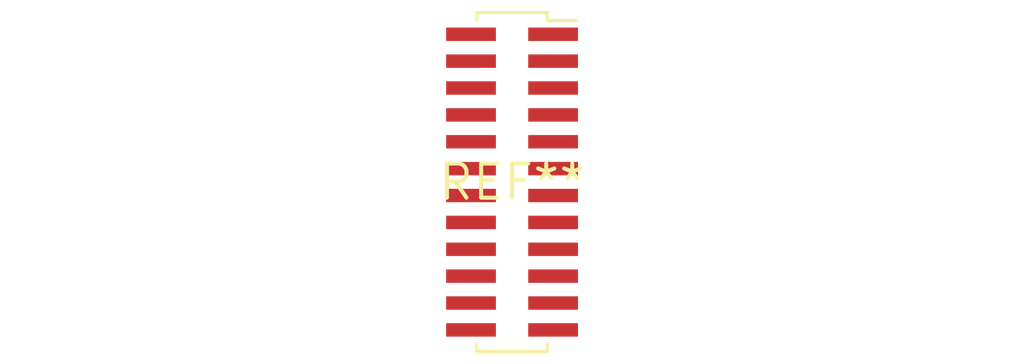
<source format=kicad_pcb>
(kicad_pcb (version 20240108) (generator pcbnew)
  (layers (0 "F.Cu" signal) (31 "B.Cu" signal) (34 "B.Paste" user) (35 "F.Paste" user) (36 "B.SilkS" user "B.Silkscreen") (37 "F.SilkS" user "F.Silkscreen") (38 "B.Mask" user) (39 "F.Mask" user) (44 "Edge.Cuts" user))
  (net 0 "")
  (footprint "PinSocket_2x12_P1.00mm_Vertical_SMD" (layer "F.Cu") (at 0 0)
    (property "Reference" "REF**")
    (property "Value" "PinSocket_2x12_P1.00mm_Vertical_SMD")
    (fp_line (start -1.31 -6.31) (end -1.31 -6.01) (layer "F.SilkS") (stroke (width 0.12)))
    (fp_line (start -1.31 -6.31) (end 1.31 -6.31) (layer "F.SilkS") (stroke (width 0.12)))
    (fp_line (start -1.31 6.01) (end -1.31 6.31) (layer "F.SilkS") (stroke (width 0.12)))
    (fp_line (start -1.31 6.31) (end 1.31 6.31) (layer "F.SilkS") (stroke (width 0.12)))
    (fp_line (start 1.31 -6.31) (end 1.31 -6.01) (layer "F.SilkS") (stroke (width 0.12)))
    (fp_line (start 1.31 -6.01) (end 2.39 -6.01) (layer "F.SilkS") (stroke (width 0.12)))
    (fp_line (start 1.31 6.01) (end 1.31 6.31) (layer "F.SilkS") (stroke (width 0.12)))
    (pad "1" smd rect (at 1.525 -5.5) (size 1.85 0.5) (layers "F.Cu" "F.Paste" "F.Mask"))
    (pad "2" smd rect (at -1.525 -5.5) (size 1.85 0.5) (layers "F.Cu" "F.Paste" "F.Mask"))
    (pad "3" smd rect (at 1.525 -4.5) (size 1.85 0.5) (layers "F.Cu" "F.Paste" "F.Mask"))
    (pad "4" smd rect (at -1.525 -4.5) (size 1.85 0.5) (layers "F.Cu" "F.Paste" "F.Mask"))
    (pad "5" smd rect (at 1.525 -3.5) (size 1.85 0.5) (layers "F.Cu" "F.Paste" "F.Mask"))
    (pad "6" smd rect (at -1.525 -3.5) (size 1.85 0.5) (layers "F.Cu" "F.Paste" "F.Mask"))
    (pad "7" smd rect (at 1.525 -2.5) (size 1.85 0.5) (layers "F.Cu" "F.Paste" "F.Mask"))
    (pad "8" smd rect (at -1.525 -2.5) (size 1.85 0.5) (layers "F.Cu" "F.Paste" "F.Mask"))
    (pad "9" smd rect (at 1.525 -1.5) (size 1.85 0.5) (layers "F.Cu" "F.Paste" "F.Mask"))
    (pad "10" smd rect (at -1.525 -1.5) (size 1.85 0.5) (layers "F.Cu" "F.Paste" "F.Mask"))
    (pad "11" smd rect (at 1.525 -0.5) (size 1.85 0.5) (layers "F.Cu" "F.Paste" "F.Mask"))
    (pad "12" smd rect (at -1.525 -0.5) (size 1.85 0.5) (layers "F.Cu" "F.Paste" "F.Mask"))
    (pad "13" smd rect (at 1.525 0.5) (size 1.85 0.5) (layers "F.Cu" "F.Paste" "F.Mask"))
    (pad "14" smd rect (at -1.525 0.5) (size 1.85 0.5) (layers "F.Cu" "F.Paste" "F.Mask"))
    (pad "15" smd rect (at 1.525 1.5) (size 1.85 0.5) (layers "F.Cu" "F.Paste" "F.Mask"))
    (pad "16" smd rect (at -1.525 1.5) (size 1.85 0.5) (layers "F.Cu" "F.Paste" "F.Mask"))
    (pad "17" smd rect (at 1.525 2.5) (size 1.85 0.5) (layers "F.Cu" "F.Paste" "F.Mask"))
    (pad "18" smd rect (at -1.525 2.5) (size 1.85 0.5) (layers "F.Cu" "F.Paste" "F.Mask"))
    (pad "19" smd rect (at 1.525 3.5) (size 1.85 0.5) (layers "F.Cu" "F.Paste" "F.Mask"))
    (pad "20" smd rect (at -1.525 3.5) (size 1.85 0.5) (layers "F.Cu" "F.Paste" "F.Mask"))
    (pad "21" smd rect (at 1.525 4.5) (size 1.85 0.5) (layers "F.Cu" "F.Paste" "F.Mask"))
    (pad "22" smd rect (at -1.525 4.5) (size 1.85 0.5) (layers "F.Cu" "F.Paste" "F.Mask"))
    (pad "23" smd rect (at 1.525 5.5) (size 1.85 0.5) (layers "F.Cu" "F.Paste" "F.Mask"))
    (pad "24" smd rect (at -1.525 5.5) (size 1.85 0.5) (layers "F.Cu" "F.Paste" "F.Mask"))
  )
)
</source>
